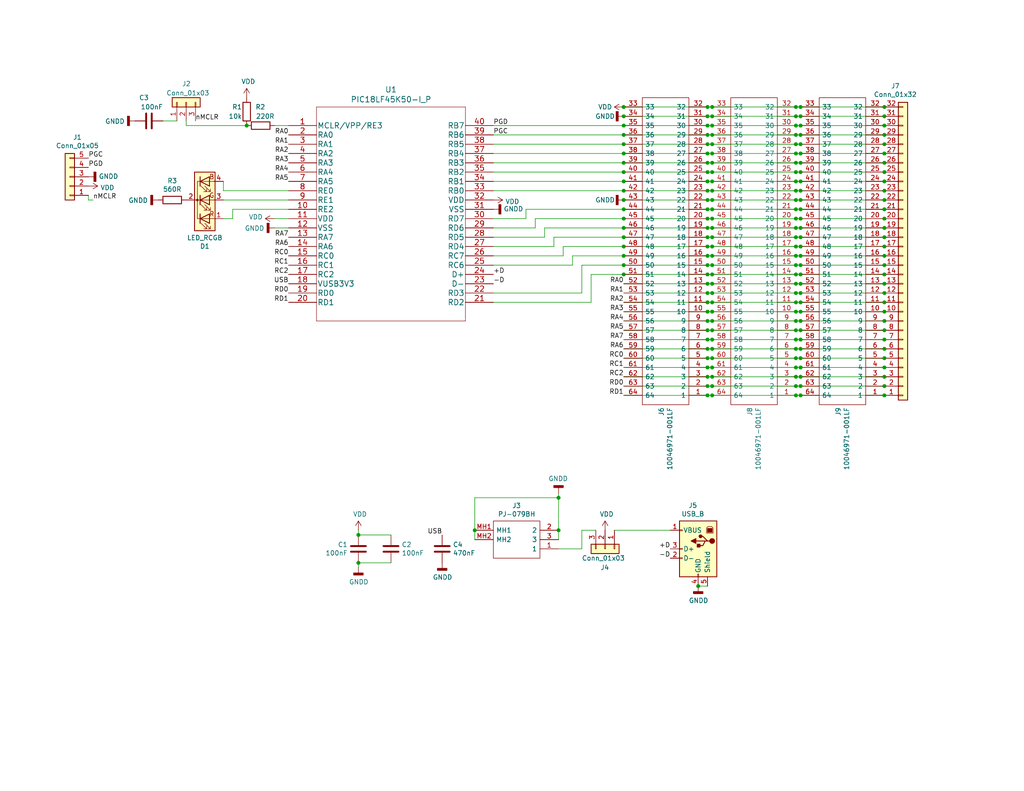
<source format=kicad_sch>
(kicad_sch (version 20211123) (generator eeschema)
  (paper "USLetter")
  (title_block (title "PICerino") (company "sparkletron") (comment 1 "Jay Convertino") (comment 2 "MIT License"))
  (lib_symbols
    (symbol "10046971-001LF:10046971-001LF" (pin_names (offset 0.762))
      (property "Reference" "J" (at 19.05 7.62 0))
      (property "Value" "10046971-001LF" (at 19.05 5.08 0))
      (symbol "10046971-001LF_0_0"
        (pin passive line (at 0 0 0) (length 5.08) (name "1") (number "1"))
        (pin passive line (at 0 -22.86 0) (length 5.08) (name "10") (number "10"))
        (pin passive line (at 0 -25.4 0) (length 5.08) (name "11") (number "11"))
        (pin passive line (at 0 -27.94 0) (length 5.08) (name "12") (number "12"))
        (pin passive line (at 0 -30.48 0) (length 5.08) (name "13") (number "13"))
        (pin passive line (at 0 -33.02 0) (length 5.08) (name "14") (number "14"))
        (pin passive line (at 0 -35.56 0) (length 5.08) (name "15") (number "15"))
        (pin passive line (at 0 -38.1 0) (length 5.08) (name "16") (number "16"))
        (pin passive line (at 0 -40.64 0) (length 5.08) (name "17") (number "17"))
        (pin passive line (at 0 -43.18 0) (length 5.08) (name "18") (number "18"))
        (pin passive line (at 0 -45.72 0) (length 5.08) (name "19") (number "19"))
        (pin passive line (at 0 -2.54 0) (length 5.08) (name "2") (number "2"))
        (pin passive line (at 0 -48.26 0) (length 5.08) (name "20") (number "20"))
        (pin passive line (at 0 -50.8 0) (length 5.08) (name "21") (number "21"))
        (pin passive line (at 0 -53.34 0) (length 5.08) (name "22") (number "22"))
        (pin passive line (at 0 -55.88 0) (length 5.08) (name "23") (number "23"))
        (pin passive line (at 0 -58.42 0) (length 5.08) (name "24") (number "24"))
        (pin passive line (at 0 -60.96 0) (length 5.08) (name "25") (number "25"))
        (pin passive line (at 0 -63.5 0) (length 5.08) (name "26") (number "26"))
        (pin passive line (at 0 -66.04 0) (length 5.08) (name "27") (number "27"))
        (pin passive line (at 0 -68.58 0) (length 5.08) (name "28") (number "28"))
        (pin passive line (at 0 -71.12 0) (length 5.08) (name "29") (number "29"))
        (pin passive line (at 0 -5.08 0) (length 5.08) (name "3") (number "3"))
        (pin passive line (at 0 -73.66 0) (length 5.08) (name "30") (number "30"))
        (pin passive line (at 0 -76.2 0) (length 5.08) (name "31") (number "31"))
        (pin passive line (at 0 -78.74 0) (length 5.08) (name "32") (number "32"))
        (pin passive line (at 22.86 -78.74 180) (length 5.08) (name "33") (number "33"))
        (pin passive line (at 22.86 -76.2 180) (length 5.08) (name "34") (number "34"))
        (pin passive line (at 22.86 -73.66 180) (length 5.08) (name "35") (number "35"))
        (pin passive line (at 22.86 -71.12 180) (length 5.08) (name "36") (number "36"))
        (pin passive line (at 22.86 -68.58 180) (length 5.08) (name "37") (number "37"))
        (pin passive line (at 22.86 -66.04 180) (length 5.08) (name "38") (number "38"))
        (pin passive line (at 22.86 -63.5 180) (length 5.08) (name "39") (number "39"))
        (pin passive line (at 0 -7.62 0) (length 5.08) (name "4") (number "4"))
        (pin passive line (at 22.86 -60.96 180) (length 5.08) (name "40") (number "40"))
        (pin passive line (at 22.86 -58.42 180) (length 5.08) (name "41") (number "41"))
        (pin passive line (at 22.86 -55.88 180) (length 5.08) (name "42") (number "42"))
        (pin passive line (at 22.86 -53.34 180) (length 5.08) (name "43") (number "43"))
        (pin passive line (at 22.86 -50.8 180) (length 5.08) (name "44") (number "44"))
        (pin passive line (at 22.86 -48.26 180) (length 5.08) (name "45") (number "45"))
        (pin passive line (at 22.86 -45.72 180) (length 5.08) (name "46") (number "46"))
        (pin passive line (at 22.86 -43.18 180) (length 5.08) (name "47") (number "47"))
        (pin passive line (at 22.86 -40.64 180) (length 5.08) (name "48") (number "48"))
        (pin passive line (at 22.86 -38.1 180) (length 5.08) (name "49") (number "49"))
        (pin passive line (at 0 -10.16 0) (length 5.08) (name "5") (number "5"))
        (pin passive line (at 22.86 -35.56 180) (length 5.08) (name "50") (number "50"))
        (pin passive line (at 22.86 -33.02 180) (length 5.08) (name "51") (number "51"))
        (pin passive line (at 22.86 -30.48 180) (length 5.08) (name "52") (number "52"))
        (pin passive line (at 22.86 -27.94 180) (length 5.08) (name "53") (number "53"))
        (pin passive line (at 22.86 -25.4 180) (length 5.08) (name "54") (number "54"))
        (pin passive line (at 22.86 -22.86 180) (length 5.08) (name "55") (number "55"))
        (pin passive line (at 22.86 -20.32 180) (length 5.08) (name "56") (number "56"))
        (pin passive line (at 22.86 -17.78 180) (length 5.08) (name "57") (number "57"))
        (pin passive line (at 22.86 -15.24 180) (length 5.08) (name "58") (number "58"))
        (pin passive line (at 22.86 -12.7 180) (length 5.08) (name "59") (number "59"))
        (pin passive line (at 0 -12.7 0) (length 5.08) (name "6") (number "6"))
        (pin passive line (at 22.86 -10.16 180) (length 5.08) (name "60") (number "60"))
        (pin passive line (at 22.86 -7.62 180) (length 5.08) (name "61") (number "61"))
        (pin passive line (at 22.86 -5.08 180) (length 5.08) (name "62") (number "62"))
        (pin passive line (at 22.86 -2.54 180) (length 5.08) (name "63") (number "63"))
        (pin passive line (at 22.86 0 180) (length 5.08) (name "64") (number "64"))
        (pin passive line (at 0 -15.24 0) (length 5.08) (name "7") (number "7"))
        (pin passive line (at 0 -17.78 0) (length 5.08) (name "8") (number "8"))
        (pin passive line (at 0 -20.32 0) (length 5.08) (name "9") (number "9"))
      )
      (symbol "10046971-001LF_0_1"
        (polyline (pts (xy 5.08 2.54) (xy 17.78 2.54) (xy 17.78 -81.28) (xy 5.08 -81.28) (xy 5.08 2.54)) (stroke (width 0.1524)))
      )
    )
    (symbol "Connector_Generic:Conn_01x03" (pin_names (offset 1.016) hide)
      (property "Reference" "J" (at 0 5.08 0))
      (property "Value" "Conn_01x03" (at 0 -5.08 0))
      (symbol "Conn_01x03_1_1"
        (rectangle (start -1.27 -2.413) (end 0 -2.667) (stroke (width 0.1524)))
        (rectangle (start -1.27 0.127) (end 0 -0.127) (stroke (width 0.1524)))
        (rectangle (start -1.27 2.667) (end 0 2.413) (stroke (width 0.1524)))
        (rectangle (start -1.27 3.81) (end 1.27 -3.81) (stroke (width 0.254)) (fill (type background)))
        (pin passive line (at -5.08 2.54 0) (length 3.81) (name "Pin_1") (number "1"))
        (pin passive line (at -5.08 0 0) (length 3.81) (name "Pin_2") (number "2"))
        (pin passive line (at -5.08 -2.54 0) (length 3.81) (name "Pin_3") (number "3"))
      )
    )
    (symbol "Connector_Generic:Conn_01x05" (pin_names (offset 1.016) hide)
      (property "Reference" "J" (at 0 7.62 0))
      (property "Value" "Conn_01x05" (at 0 -7.62 0))
      (symbol "Conn_01x05_1_1"
        (rectangle (start -1.27 -4.953) (end 0 -5.207) (stroke (width 0.1524)))
        (rectangle (start -1.27 -2.413) (end 0 -2.667) (stroke (width 0.1524)))
        (rectangle (start -1.27 0.127) (end 0 -0.127) (stroke (width 0.1524)))
        (rectangle (start -1.27 2.667) (end 0 2.413) (stroke (width 0.1524)))
        (rectangle (start -1.27 5.207) (end 0 4.953) (stroke (width 0.1524)))
        (rectangle (start -1.27 6.35) (end 1.27 -6.35) (stroke (width 0.254)) (fill (type background)))
        (pin passive line (at -5.08 5.08 0) (length 3.81) (name "Pin_1") (number "1"))
        (pin passive line (at -5.08 2.54 0) (length 3.81) (name "Pin_2") (number "2"))
        (pin passive line (at -5.08 0 0) (length 3.81) (name "Pin_3") (number "3"))
        (pin passive line (at -5.08 -2.54 0) (length 3.81) (name "Pin_4") (number "4"))
        (pin passive line (at -5.08 -5.08 0) (length 3.81) (name "Pin_5") (number "5"))
      )
    )
    (symbol "Connector_Generic:Conn_01x32" (pin_names (offset 1.016) hide)
      (property "Reference" "J" (at 0 40.64 0))
      (property "Value" "Conn_01x32" (at 0 -43.18 0))
      (symbol "Conn_01x32_1_1"
        (rectangle (start -1.27 -40.513) (end 0 -40.767) (stroke (width 0.1524)))
        (rectangle (start -1.27 -37.973) (end 0 -38.227) (stroke (width 0.1524)))
        (rectangle (start -1.27 -35.433) (end 0 -35.687) (stroke (width 0.1524)))
        (rectangle (start -1.27 -32.893) (end 0 -33.147) (stroke (width 0.1524)))
        (rectangle (start -1.27 -30.353) (end 0 -30.607) (stroke (width 0.1524)))
        (rectangle (start -1.27 -27.813) (end 0 -28.067) (stroke (width 0.1524)))
        (rectangle (start -1.27 -25.273) (end 0 -25.527) (stroke (width 0.1524)))
        (rectangle (start -1.27 -22.733) (end 0 -22.987) (stroke (width 0.1524)))
        (rectangle (start -1.27 -20.193) (end 0 -20.447) (stroke (width 0.1524)))
        (rectangle (start -1.27 -17.653) (end 0 -17.907) (stroke (width 0.1524)))
        (rectangle (start -1.27 -15.113) (end 0 -15.367) (stroke (width 0.1524)))
        (rectangle (start -1.27 -12.573) (end 0 -12.827) (stroke (width 0.1524)))
        (rectangle (start -1.27 -10.033) (end 0 -10.287) (stroke (width 0.1524)))
        (rectangle (start -1.27 -7.493) (end 0 -7.747) (stroke (width 0.1524)))
        (rectangle (start -1.27 -4.953) (end 0 -5.207) (stroke (width 0.1524)))
        (rectangle (start -1.27 -2.413) (end 0 -2.667) (stroke (width 0.1524)))
        (rectangle (start -1.27 0.127) (end 0 -0.127) (stroke (width 0.1524)))
        (rectangle (start -1.27 2.667) (end 0 2.413) (stroke (width 0.1524)))
        (rectangle (start -1.27 5.207) (end 0 4.953) (stroke (width 0.1524)))
        (rectangle (start -1.27 7.747) (end 0 7.493) (stroke (width 0.1524)))
        (rectangle (start -1.27 10.287) (end 0 10.033) (stroke (width 0.1524)))
        (rectangle (start -1.27 12.827) (end 0 12.573) (stroke (width 0.1524)))
        (rectangle (start -1.27 15.367) (end 0 15.113) (stroke (width 0.1524)))
        (rectangle (start -1.27 17.907) (end 0 17.653) (stroke (width 0.1524)))
        (rectangle (start -1.27 20.447) (end 0 20.193) (stroke (width 0.1524)))
        (rectangle (start -1.27 22.987) (end 0 22.733) (stroke (width 0.1524)))
        (rectangle (start -1.27 25.527) (end 0 25.273) (stroke (width 0.1524)))
        (rectangle (start -1.27 28.067) (end 0 27.813) (stroke (width 0.1524)))
        (rectangle (start -1.27 30.607) (end 0 30.353) (stroke (width 0.1524)))
        (rectangle (start -1.27 33.147) (end 0 32.893) (stroke (width 0.1524)))
        (rectangle (start -1.27 35.687) (end 0 35.433) (stroke (width 0.1524)))
        (rectangle (start -1.27 38.227) (end 0 37.973) (stroke (width 0.1524)))
        (rectangle (start -1.27 39.37) (end 1.27 -41.91) (stroke (width 0.254)) (fill (type background)))
        (pin passive line (at -5.08 38.1 0) (length 3.81) (name "Pin_1") (number "1"))
        (pin passive line (at -5.08 15.24 0) (length 3.81) (name "Pin_10") (number "10"))
        (pin passive line (at -5.08 12.7 0) (length 3.81) (name "Pin_11") (number "11"))
        (pin passive line (at -5.08 10.16 0) (length 3.81) (name "Pin_12") (number "12"))
        (pin passive line (at -5.08 7.62 0) (length 3.81) (name "Pin_13") (number "13"))
        (pin passive line (at -5.08 5.08 0) (length 3.81) (name "Pin_14") (number "14"))
        (pin passive line (at -5.08 2.54 0) (length 3.81) (name "Pin_15") (number "15"))
        (pin passive line (at -5.08 0 0) (length 3.81) (name "Pin_16") (number "16"))
        (pin passive line (at -5.08 -2.54 0) (length 3.81) (name "Pin_17") (number "17"))
        (pin passive line (at -5.08 -5.08 0) (length 3.81) (name "Pin_18") (number "18"))
        (pin passive line (at -5.08 -7.62 0) (length 3.81) (name "Pin_19") (number "19"))
        (pin passive line (at -5.08 35.56 0) (length 3.81) (name "Pin_2") (number "2"))
        (pin passive line (at -5.08 -10.16 0) (length 3.81) (name "Pin_20") (number "20"))
        (pin passive line (at -5.08 -12.7 0) (length 3.81) (name "Pin_21") (number "21"))
        (pin passive line (at -5.08 -15.24 0) (length 3.81) (name "Pin_22") (number "22"))
        (pin passive line (at -5.08 -17.78 0) (length 3.81) (name "Pin_23") (number "23"))
        (pin passive line (at -5.08 -20.32 0) (length 3.81) (name "Pin_24") (number "24"))
        (pin passive line (at -5.08 -22.86 0) (length 3.81) (name "Pin_25") (number "25"))
        (pin passive line (at -5.08 -25.4 0) (length 3.81) (name "Pin_26") (number "26"))
        (pin passive line (at -5.08 -27.94 0) (length 3.81) (name "Pin_27") (number "27"))
        (pin passive line (at -5.08 -30.48 0) (length 3.81) (name "Pin_28") (number "28"))
        (pin passive line (at -5.08 -33.02 0) (length 3.81) (name "Pin_29") (number "29"))
        (pin passive line (at -5.08 33.02 0) (length 3.81) (name "Pin_3") (number "3"))
        (pin passive line (at -5.08 -35.56 0) (length 3.81) (name "Pin_30") (number "30"))
        (pin passive line (at -5.08 -38.1 0) (length 3.81) (name "Pin_31") (number "31"))
        (pin passive line (at -5.08 -40.64 0) (length 3.81) (name "Pin_32") (number "32"))
        (pin passive line (at -5.08 30.48 0) (length 3.81) (name "Pin_4") (number "4"))
        (pin passive line (at -5.08 27.94 0) (length 3.81) (name "Pin_5") (number "5"))
        (pin passive line (at -5.08 25.4 0) (length 3.81) (name "Pin_6") (number "6"))
        (pin passive line (at -5.08 22.86 0) (length 3.81) (name "Pin_7") (number "7"))
        (pin passive line (at -5.08 20.32 0) (length 3.81) (name "Pin_8") (number "8"))
        (pin passive line (at -5.08 17.78 0) (length 3.81) (name "Pin_9") (number "9"))
      )
    )
    (symbol "Device:C" (pin_numbers hide) (pin_names (offset 0.254))
      (property "Reference" "C" (at 0.635 2.54 0))
      (property "Value" "C" (at 0.635 -2.54 0))
      (symbol "C_0_1"
        (polyline (pts (xy -2.032 -0.762) (xy 2.032 -0.762)) (stroke (width 0.508)))
        (polyline (pts (xy -2.032 0.762) (xy 2.032 0.762)) (stroke (width 0.508)))
      )
      (symbol "C_1_1"
        (pin passive line (at 0 3.81 270) (length 2.794) (name "~") (number "1"))
        (pin passive line (at 0 -3.81 90) (length 2.794) (name "~") (number "2"))
      )
    )
    (symbol "Device:LED_RCGB" (pin_names (offset 0) hide)
      (property "Reference" "D" (at 0 9.398 0))
      (property "Value" "Device_LED_RCGB" (at 0 -8.89 0))
      (symbol "LED_RCGB_0_0"
        (text "B" (at 1.905 -6.35 0) (effects (font (size 1.27 1.27))))
        (text "G" (at 1.905 -1.27 0) (effects (font (size 1.27 1.27))))
        (text "R" (at 1.905 3.81 0) (effects (font (size 1.27 1.27))))
      )
      (symbol "LED_RCGB_0_1"
        (circle (center -2.032 0) (radius 0.254) (fill (type outline)))
        (polyline (pts (xy -1.27 -5.08) (xy 1.27 -5.08)))
        (polyline (pts (xy -1.27 -3.81) (xy -1.27 -6.35)) (stroke (width 0.254)))
        (polyline (pts (xy -1.27 0) (xy -2.54 0)))
        (polyline (pts (xy -1.27 1.27) (xy -1.27 -1.27)) (stroke (width 0.254)))
        (polyline (pts (xy -1.27 5.08) (xy 1.27 5.08)))
        (polyline (pts (xy -1.27 6.35) (xy -1.27 3.81)) (stroke (width 0.254)))
        (polyline (pts (xy 1.27 -5.08) (xy 2.54 -5.08)))
        (polyline (pts (xy 1.27 0) (xy -1.27 0)))
        (polyline (pts (xy 1.27 0) (xy 2.54 0)))
        (polyline (pts (xy 1.27 5.08) (xy 2.54 5.08)))
        (polyline (pts (xy -1.27 1.27) (xy -1.27 -1.27) (xy -1.27 -1.27)))
        (polyline (pts (xy -1.27 6.35) (xy -1.27 3.81) (xy -1.27 3.81)))
        (polyline (pts (xy -1.27 5.08) (xy -2.032 5.08) (xy -2.032 -5.08) (xy -1.016 -5.08)))
        (polyline (pts (xy 1.27 -3.81) (xy 1.27 -6.35) (xy -1.27 -5.08) (xy 1.27 -3.81)) (stroke (width 0.254)))
        (polyline (pts (xy 1.27 1.27) (xy 1.27 -1.27) (xy -1.27 0) (xy 1.27 1.27)) (stroke (width 0.254)))
        (polyline (pts (xy 1.27 6.35) (xy 1.27 3.81) (xy -1.27 5.08) (xy 1.27 6.35)) (stroke (width 0.254)))
        (polyline (pts (xy -1.016 -3.81) (xy 0.508 -2.286) (xy -0.254 -2.286) (xy 0.508 -2.286) (xy 0.508 -3.048)))
        (polyline (pts (xy -1.016 1.27) (xy 0.508 2.794) (xy -0.254 2.794) (xy 0.508 2.794) (xy 0.508 2.032)))
        (polyline (pts (xy -1.016 6.35) (xy 0.508 7.874) (xy -0.254 7.874) (xy 0.508 7.874) (xy 0.508 7.112)))
        (polyline (pts (xy 0 -3.81) (xy 1.524 -2.286) (xy 0.762 -2.286) (xy 1.524 -2.286) (xy 1.524 -3.048)))
        (polyline (pts (xy 0 1.27) (xy 1.524 2.794) (xy 0.762 2.794) (xy 1.524 2.794) (xy 1.524 2.032)))
        (polyline (pts (xy 0 6.35) (xy 1.524 7.874) (xy 0.762 7.874) (xy 1.524 7.874) (xy 1.524 7.112)))
        (rectangle (start 1.27 -1.27) (end 1.27 1.27))
        (rectangle (start 1.27 1.27) (end 1.27 1.27))
        (rectangle (start 1.27 3.81) (end 1.27 6.35))
        (rectangle (start 1.27 6.35) (end 1.27 6.35))
        (rectangle (start 2.794 8.382) (end -2.794 -7.62) (stroke (width 0.254)) (fill (type background)))
      )
      (symbol "LED_RCGB_1_1"
        (pin passive line (at 5.08 5.08 180) (length 2.54) (name "RA") (number "1"))
        (pin passive line (at -5.08 0 0) (length 2.54) (name "K") (number "2"))
        (pin passive line (at 5.08 0 180) (length 2.54) (name "GA") (number "3"))
        (pin passive line (at 5.08 -5.08 180) (length 2.54) (name "BA") (number "4"))
      )
    )
    (symbol "Device:R" (pin_numbers hide) (pin_names (offset 0))
      (property "Reference" "R" (at 2.032 0 90))
      (property "Value" "R" (at 0 0 90))
      (symbol "R_0_1"
        (rectangle (start -1.016 -2.54) (end 1.016 2.54) (stroke (width 0.254)))
      )
      (symbol "R_1_1"
        (pin passive line (at 0 3.81 270) (length 1.27) (name "~") (number "1"))
        (pin passive line (at 0 -3.81 90) (length 1.27) (name "~") (number "2"))
      )
    )
    (symbol "PIC18:PIC18LF45K50-I_P" (pin_names (offset 0.254))
      (property "Reference" "U" (at 27.94 10.16 0))
      (property "Value" "PIC18_PIC18LF45K50-I_P" (at 27.94 7.62 0))
      (symbol "PIC18LF45K50-I_P_1_1"
        (polyline (pts (xy 7.62 -53.34) (xy 48.26 -53.34)) (stroke (width 0.127)))
        (polyline (pts (xy 7.62 5.08) (xy 7.62 -53.34)) (stroke (width 0.127)))
        (polyline (pts (xy 48.26 -53.34) (xy 48.26 5.08)) (stroke (width 0.127)))
        (polyline (pts (xy 48.26 5.08) (xy 7.62 5.08)) (stroke (width 0.127)))
        (pin bidirectional line (at 0 0 0) (length 7.62) (name "MCLR/VPP/RE3") (number "1"))
        (pin bidirectional line (at 0 -22.86 0) (length 7.62) (name "RE2") (number "10"))
        (pin power_in line (at 0 -25.4 0) (length 7.62) (name "VDD") (number "11"))
        (pin power_in line (at 0 -27.94 0) (length 7.62) (name "VSS") (number "12"))
        (pin bidirectional line (at 0 -30.48 0) (length 7.62) (name "RA7") (number "13"))
        (pin bidirectional line (at 0 -33.02 0) (length 7.62) (name "RA6") (number "14"))
        (pin bidirectional line (at 0 -35.56 0) (length 7.62) (name "RC0") (number "15"))
        (pin bidirectional line (at 0 -38.1 0) (length 7.62) (name "RC1") (number "16"))
        (pin bidirectional line (at 0 -40.64 0) (length 7.62) (name "RC2") (number "17"))
        (pin power_in line (at 0 -43.18 0) (length 7.62) (name "VUSB3V3") (number "18"))
        (pin bidirectional line (at 0 -45.72 0) (length 7.62) (name "RD0") (number "19"))
        (pin bidirectional line (at 0 -2.54 0) (length 7.62) (name "RA0") (number "2"))
        (pin bidirectional line (at 0 -48.26 0) (length 7.62) (name "RD1") (number "20"))
        (pin bidirectional line (at 55.88 -48.26 180) (length 7.62) (name "RD2") (number "21"))
        (pin bidirectional line (at 55.88 -45.72 180) (length 7.62) (name "RD3") (number "22"))
        (pin bidirectional line (at 55.88 -43.18 180) (length 7.62) (name "D-") (number "23"))
        (pin bidirectional line (at 55.88 -40.64 180) (length 7.62) (name "D+") (number "24"))
        (pin bidirectional line (at 55.88 -38.1 180) (length 7.62) (name "RC6") (number "25"))
        (pin bidirectional line (at 55.88 -35.56 180) (length 7.62) (name "RC7") (number "26"))
        (pin bidirectional line (at 55.88 -33.02 180) (length 7.62) (name "RD4") (number "27"))
        (pin bidirectional line (at 55.88 -30.48 180) (length 7.62) (name "RD5") (number "28"))
        (pin bidirectional line (at 55.88 -27.94 180) (length 7.62) (name "RD6") (number "29"))
        (pin bidirectional line (at 0 -5.08 0) (length 7.62) (name "RA1") (number "3"))
        (pin bidirectional line (at 55.88 -25.4 180) (length 7.62) (name "RD7") (number "30"))
        (pin power_in line (at 55.88 -22.86 180) (length 7.62) (name "VSS") (number "31"))
        (pin power_in line (at 55.88 -20.32 180) (length 7.62) (name "VDD") (number "32"))
        (pin bidirectional line (at 55.88 -17.78 180) (length 7.62) (name "RB0") (number "33"))
        (pin bidirectional line (at 55.88 -15.24 180) (length 7.62) (name "RB1") (number "34"))
        (pin bidirectional line (at 55.88 -12.7 180) (length 7.62) (name "RB2") (number "35"))
        (pin bidirectional line (at 55.88 -10.16 180) (length 7.62) (name "RB3") (number "36"))
        (pin bidirectional line (at 55.88 -7.62 180) (length 7.62) (name "RB4") (number "37"))
        (pin bidirectional line (at 55.88 -5.08 180) (length 7.62) (name "RB5") (number "38"))
        (pin bidirectional line (at 55.88 -2.54 180) (length 7.62) (name "RB6") (number "39"))
        (pin bidirectional line (at 0 -7.62 0) (length 7.62) (name "RA2") (number "4"))
        (pin bidirectional line (at 55.88 0 180) (length 7.62) (name "RB7") (number "40"))
        (pin bidirectional line (at 0 -10.16 0) (length 7.62) (name "RA3") (number "5"))
        (pin bidirectional line (at 0 -12.7 0) (length 7.62) (name "RA4") (number "6"))
        (pin bidirectional line (at 0 -15.24 0) (length 7.62) (name "RA5") (number "7"))
        (pin bidirectional line (at 0 -17.78 0) (length 7.62) (name "RE0") (number "8"))
        (pin bidirectional line (at 0 -20.32 0) (length 7.62) (name "RE1") (number "9"))
      )
    )
    (symbol "PICerino-rescue:USB_B-Connector" (pin_names (offset 1.016))
      (property "Reference" "J" (at -5.08 11.43 0))
      (property "Value" "USB_B-Connector" (at -5.08 8.89 0))
      (symbol "USB_B-Connector_0_1"
        (rectangle (start -5.08 -7.62) (end 5.08 7.62) (stroke (width 0.254)) (fill (type background)))
        (circle (center -3.81 2.159) (radius 0.635) (stroke (width 0.254)) (fill (type outline)))
        (rectangle (start -3.81 5.588) (end -2.54 4.572) (fill (type outline)))
        (circle (center -0.635 3.429) (radius 0.381) (stroke (width 0.254)) (fill (type outline)))
        (rectangle (start -0.127 -7.62) (end 0.127 -6.858))
        (polyline (pts (xy -1.905 2.159) (xy 0.635 2.159)) (stroke (width 0.254)))
        (polyline (pts (xy -3.175 2.159) (xy -2.54 2.159) (xy -1.27 3.429) (xy -0.635 3.429)) (stroke (width 0.254)))
        (polyline (pts (xy -2.54 2.159) (xy -1.905 2.159) (xy -1.27 0.889) (xy 0 0.889)) (stroke (width 0.254)))
        (polyline (pts (xy 0.635 2.794) (xy 0.635 1.524) (xy 1.905 2.159) (xy 0.635 2.794)) (stroke (width 0.254)) (fill (type outline)))
        (polyline (pts (xy -4.064 4.318) (xy -2.286 4.318) (xy -2.286 5.715) (xy -2.667 6.096) (xy -3.683 6.096) (xy -4.064 5.715) (xy -4.064 4.318)))
        (rectangle (start 0.254 1.27) (end -0.508 0.508) (stroke (width 0.254)) (fill (type outline)))
        (rectangle (start 5.08 -2.667) (end 4.318 -2.413))
        (rectangle (start 5.08 -0.127) (end 4.318 0.127))
        (rectangle (start 5.08 4.953) (end 4.318 5.207))
      )
      (symbol "USB_B-Connector_1_1"
        (pin power_out line (at 7.62 5.08 180) (length 2.54) (name "VBUS") (number "1"))
        (pin passive line (at 7.62 -2.54 180) (length 2.54) (name "D-") (number "2"))
        (pin passive line (at 7.62 0 180) (length 2.54) (name "D+") (number "3"))
        (pin power_out line (at 0 -10.16 90) (length 2.54) (name "GND") (number "4"))
        (pin passive line (at -2.54 -10.16 90) (length 2.54) (name "Shield") (number "5"))
      )
    )
    (symbol "PJ-079BH:PJ-079BH" (pin_names (offset 0.762))
      (property "Reference" "J" (at 19.05 7.62 0))
      (property "Value" "PJ-079BH" (at 19.05 5.08 0))
      (symbol "PJ-079BH_0_0"
        (pin passive line (at 22.86 -5.08 180) (length 5.08) (name "1") (number "1"))
        (pin passive line (at 22.86 0 180) (length 5.08) (name "2") (number "2"))
        (pin passive line (at 22.86 -2.54 180) (length 5.08) (name "3") (number "3"))
        (pin passive line (at 0 0 0) (length 5.08) (name "MH1") (number "MH1"))
        (pin passive line (at 0 -2.54 0) (length 5.08) (name "MH2") (number "MH2"))
      )
      (symbol "PJ-079BH_0_1"
        (polyline (pts (xy 5.08 2.54) (xy 17.78 2.54) (xy 17.78 -7.62) (xy 5.08 -7.62) (xy 5.08 2.54)) (stroke (width 0.1524)))
      )
    )
    (symbol "power:GNDD" (power) (pin_names (offset 0))
      (property "Value" "GNDD" (at 0 -3.175 0))
      (symbol "GNDD_0_1"
        (rectangle (start -1.27 -1.524) (end 1.27 -2.032) (stroke (width 0.254)) (fill (type outline)))
        (polyline (pts (xy 0 0) (xy 0 -1.524)))
      )
      (symbol "GNDD_1_1"
        (pin power_in line (at 0 0 270) (length 0) hide (name "GNDD") (number "1"))
      )
    )
    (symbol "power:VDD" (power) (pin_names (offset 0))
      (property "Value" "VDD" (at 0 3.81 0))
      (symbol "VDD_0_1"
        (polyline (pts (xy -0.762 1.27) (xy 0 2.54)))
        (polyline (pts (xy 0 0) (xy 0 2.54)))
        (polyline (pts (xy 0 2.54) (xy 0.762 1.27)))
      )
      (symbol "VDD_1_1"
        (pin power_in line (at 0 0 90) (length 0) hide (name "VDD") (number "1"))
      )
    )
  )
  (junction (at 170.18 29.21))
  (junction (at 194.31 87.63))
  (junction (at 241.3 90.17))
  (junction (at 241.3 77.47))
  (junction (at 218.44 85.09))
  (junction (at 97.79 153.67))
  (junction (at 217.17 67.31))
  (junction (at 217.17 72.39))
  (junction (at 194.31 57.15))
  (junction (at 241.3 36.83))
  (junction (at 217.17 95.25))
  (junction (at 241.3 74.93))
  (junction (at 218.44 44.45))
  (junction (at 193.04 92.71))
  (junction (at 193.04 44.45))
  (junction (at 217.17 97.79))
  (junction (at 241.3 85.09))
  (junction (at 170.18 46.99))
  (junction (at 217.17 44.45))
  (junction (at 193.04 69.85))
  (junction (at 194.31 105.41))
  (junction (at 217.17 85.09))
  (junction (at 218.44 77.47))
  (junction (at 193.04 87.63))
  (junction (at 218.44 52.07))
  (junction (at 218.44 105.41))
  (junction (at 193.04 105.41))
  (junction (at 67.31 34.29))
  (junction (at 193.04 82.55))
  (junction (at 217.17 59.69))
  (junction (at 194.31 52.07))
  (junction (at 217.17 92.71))
  (junction (at 194.31 77.47))
  (junction (at 194.31 67.31))
  (junction (at 170.18 64.77))
  (junction (at 152.4 144.78))
  (junction (at 218.44 97.79))
  (junction (at 194.31 54.61))
  (junction (at 218.44 36.83))
  (junction (at 218.44 49.53))
  (junction (at 170.18 72.39))
  (junction (at 193.04 54.61))
  (junction (at 194.31 72.39))
  (junction (at 217.17 74.93))
  (junction (at 241.3 100.33))
  (junction (at 193.04 85.09))
  (junction (at 193.04 41.91))
  (junction (at 217.17 62.23))
  (junction (at 194.31 46.99))
  (junction (at 217.17 57.15))
  (junction (at 193.04 36.83))
  (junction (at 193.04 67.31))
  (junction (at 194.31 102.87))
  (junction (at 217.17 82.55))
  (junction (at 241.3 59.69))
  (junction (at 194.31 62.23))
  (junction (at 217.17 29.21))
  (junction (at 218.44 57.15))
  (junction (at 170.18 44.45))
  (junction (at 218.44 31.75))
  (junction (at 217.17 87.63))
  (junction (at 194.31 64.77))
  (junction (at 194.31 39.37))
  (junction (at 217.17 102.87))
  (junction (at 170.18 69.85))
  (junction (at 170.18 52.07))
  (junction (at 194.31 97.79))
  (junction (at 193.04 29.21))
  (junction (at 170.18 57.15))
  (junction (at 217.17 90.17))
  (junction (at 218.44 39.37))
  (junction (at 241.3 72.39))
  (junction (at 217.17 107.95))
  (junction (at 217.17 100.33))
  (junction (at 217.17 80.01))
  (junction (at 241.3 44.45))
  (junction (at 194.31 44.45))
  (junction (at 170.18 62.23))
  (junction (at 218.44 67.31))
  (junction (at 129.54 144.78))
  (junction (at 241.3 82.55))
  (junction (at 218.44 41.91))
  (junction (at 218.44 46.99))
  (junction (at 170.18 74.93))
  (junction (at 241.3 87.63))
  (junction (at 170.18 41.91))
  (junction (at 194.31 92.71))
  (junction (at 218.44 82.55))
  (junction (at 97.79 146.05))
  (junction (at 241.3 80.01))
  (junction (at 241.3 52.07))
  (junction (at 241.3 46.99))
  (junction (at 218.44 95.25))
  (junction (at 194.31 90.17))
  (junction (at 241.3 64.77))
  (junction (at 194.31 107.95))
  (junction (at 194.31 82.55))
  (junction (at 241.3 34.29))
  (junction (at 241.3 95.25))
  (junction (at 218.44 72.39))
  (junction (at 194.31 34.29))
  (junction (at 170.18 39.37))
  (junction (at 218.44 102.87))
  (junction (at 170.18 59.69))
  (junction (at 218.44 87.63))
  (junction (at 241.3 62.23))
  (junction (at 218.44 64.77))
  (junction (at 193.04 62.23))
  (junction (at 193.04 57.15))
  (junction (at 193.04 34.29))
  (junction (at 152.4 135.89))
  (junction (at 217.17 105.41))
  (junction (at 194.31 74.93))
  (junction (at 241.3 107.95))
  (junction (at 193.04 74.93))
  (junction (at 170.18 67.31))
  (junction (at 193.04 52.07))
  (junction (at 217.17 39.37))
  (junction (at 193.04 102.87))
  (junction (at 193.04 46.99))
  (junction (at 193.04 107.95))
  (junction (at 194.31 41.91))
  (junction (at 193.04 64.77))
  (junction (at 241.3 41.91))
  (junction (at 217.17 77.47))
  (junction (at 217.17 64.77))
  (junction (at 241.3 92.71))
  (junction (at 217.17 52.07))
  (junction (at 218.44 74.93))
  (junction (at 218.44 69.85))
  (junction (at 193.04 90.17))
  (junction (at 193.04 39.37))
  (junction (at 218.44 34.29))
  (junction (at 170.18 54.61))
  (junction (at 218.44 90.17))
  (junction (at 170.18 36.83))
  (junction (at 170.18 31.75))
  (junction (at 217.17 41.91))
  (junction (at 194.31 100.33))
  (junction (at 194.31 59.69))
  (junction (at 218.44 59.69))
  (junction (at 193.04 80.01))
  (junction (at 217.17 36.83))
  (junction (at 193.04 49.53))
  (junction (at 194.31 29.21))
  (junction (at 241.3 97.79))
  (junction (at 241.3 67.31))
  (junction (at 218.44 100.33))
  (junction (at 218.44 80.01))
  (junction (at 193.04 72.39))
  (junction (at 241.3 54.61))
  (junction (at 217.17 69.85))
  (junction (at 218.44 54.61))
  (junction (at 193.04 95.25))
  (junction (at 194.31 31.75))
  (junction (at 217.17 34.29))
  (junction (at 218.44 107.95))
  (junction (at 217.17 54.61))
  (junction (at 218.44 92.71))
  (junction (at 170.18 34.29))
  (junction (at 218.44 29.21))
  (junction (at 193.04 97.79))
  (junction (at 218.44 62.23))
  (junction (at 241.3 105.41))
  (junction (at 241.3 57.15))
  (junction (at 193.04 100.33))
  (junction (at 194.31 36.83))
  (junction (at 241.3 39.37))
  (junction (at 241.3 69.85))
  (junction (at 193.04 31.75))
  (junction (at 241.3 29.21))
  (junction (at 194.31 49.53))
  (junction (at 194.31 95.25))
  (junction (at 190.5 160.02))
  (junction (at 194.31 85.09))
  (junction (at 217.17 31.75))
  (junction (at 241.3 31.75))
  (junction (at 241.3 102.87))
  (junction (at 217.17 49.53))
  (junction (at 241.3 49.53))
  (junction (at 194.31 69.85))
  (junction (at 217.17 46.99))
  (junction (at 170.18 49.53))
  (junction (at 194.31 80.01))
  (junction (at 193.04 77.47))
  (junction (at 193.04 59.69))
  (wire (pts (xy 194.31 102.87) (xy 217.17 102.87)))
  (wire (pts (xy 193.04 29.21) (xy 170.18 29.21)))
  (wire (pts (xy 106.68 146.05) (xy 97.79 146.05)))
  (wire (pts (xy 193.04 49.53) (xy 170.18 49.53)))
  (wire (pts (xy 217.17 105.41) (xy 218.44 105.41)))
  (wire (pts (xy 193.04 92.71) (xy 194.31 92.71)))
  (wire (pts (xy 193.04 64.77) (xy 170.18 64.77)))
  (wire (pts (xy 134.62 67.31) (xy 151.13 67.31)))
  (wire (pts (xy 218.44 36.83) (xy 241.3 36.83)))
  (wire (pts (xy 170.18 77.47) (xy 193.04 77.47)))
  (wire (pts (xy 194.31 100.33) (xy 217.17 100.33)))
  (wire (pts (xy 170.18 62.23) (xy 193.04 62.23)))
  (wire (pts (xy 217.17 41.91) (xy 218.44 41.91)))
  (wire (pts (xy 217.17 95.25) (xy 218.44 95.25)))
  (wire (pts (xy 134.62 44.45) (xy 170.18 44.45)))
  (wire (pts (xy 217.17 44.45) (xy 218.44 44.45)))
  (wire (pts (xy 170.18 80.01) (xy 193.04 80.01)))
  (wire (pts (xy 148.59 62.23) (xy 170.18 62.23)))
  (wire (pts (xy 217.17 29.21) (xy 218.44 29.21)))
  (wire (pts (xy 194.31 72.39) (xy 217.17 72.39)))
  (wire (pts (xy 134.62 82.55) (xy 161.29 82.55)))
  (wire (pts (xy 194.31 36.83) (xy 193.04 36.83)))
  (wire (pts (xy 218.44 46.99) (xy 241.3 46.99)))
  (wire (pts (xy 170.18 54.61) (xy 193.04 54.61)))
  (wire (pts (xy 193.04 95.25) (xy 170.18 95.25)))
  (wire (pts (xy 194.31 80.01) (xy 193.04 80.01)))
  (wire (pts (xy 170.18 64.77) (xy 151.13 64.77)))
  (wire (pts (xy 217.17 74.93) (xy 218.44 74.93)))
  (wire (pts (xy 218.44 39.37) (xy 241.3 39.37)))
  (wire (pts (xy 78.74 59.69) (xy 74.93 59.69)))
  (wire (pts (xy 194.31 54.61) (xy 217.17 54.61)))
  (wire (pts (xy 218.44 102.87) (xy 241.3 102.87)))
  (wire (pts (xy 218.44 59.69) (xy 241.3 59.69)))
  (wire (pts (xy 194.31 105.41) (xy 217.17 105.41)))
  (wire (pts (xy 148.59 62.23) (xy 148.59 64.77)))
  (wire (pts (xy 218.44 69.85) (xy 241.3 69.85)))
  (wire (pts (xy 218.44 64.77) (xy 241.3 64.77)))
  (wire (pts (xy 194.31 29.21) (xy 217.17 29.21)))
  (wire (pts (xy 194.31 49.53) (xy 217.17 49.53)))
  (wire (pts (xy 143.51 59.69) (xy 134.62 59.69)))
  (wire (pts (xy 218.44 49.53) (xy 241.3 49.53)))
  (wire (pts (xy 218.44 29.21) (xy 241.3 29.21)))
  (wire (pts (xy 60.96 52.07) (xy 60.96 49.53)))
  (wire (pts (xy 218.44 57.15) (xy 241.3 57.15)))
  (wire (pts (xy 60.96 54.61) (xy 78.74 54.61)))
  (wire (pts (xy 194.31 44.45) (xy 217.17 44.45)))
  (wire (pts (xy 158.75 72.39) (xy 170.18 72.39)))
  (wire (pts (xy 218.44 44.45) (xy 241.3 44.45)))
  (wire (pts (xy 218.44 100.33) (xy 241.3 100.33)))
  (wire (pts (xy 194.31 72.39) (xy 193.04 72.39)))
  (wire (pts (xy 25.4 54.61) (xy 24.13 54.61)))
  (wire (pts (xy 193.04 59.69) (xy 170.18 59.69)))
  (wire (pts (xy 193.04 97.79) (xy 194.31 97.79)))
  (wire (pts (xy 218.44 107.95) (xy 241.3 107.95)))
  (wire (pts (xy 106.68 153.67) (xy 97.79 153.67)))
  (wire (pts (xy 193.04 39.37) (xy 194.31 39.37)))
  (wire (pts (xy 194.31 57.15) (xy 217.17 57.15)))
  (wire (pts (xy 218.44 62.23) (xy 241.3 62.23)))
  (wire (pts (xy 134.62 72.39) (xy 156.21 72.39)))
  (wire (pts (xy 194.31 59.69) (xy 217.17 59.69)))
  (wire (pts (xy 170.18 82.55) (xy 193.04 82.55)))
  (wire (pts (xy 193.04 29.21) (xy 194.31 29.21)))
  (wire (pts (xy 152.4 134.62) (xy 152.4 135.89)))
  (wire (pts (xy 152.4 147.32) (xy 152.4 144.78)))
  (wire (pts (xy 218.44 82.55) (xy 241.3 82.55)))
  (wire (pts (xy 218.44 87.63) (xy 241.3 87.63)))
  (wire (pts (xy 194.31 107.95) (xy 217.17 107.95)))
  (wire (pts (xy 48.26 33.02) (xy 44.45 33.02)))
  (wire (pts (xy 218.44 67.31) (xy 241.3 67.31)))
  (wire (pts (xy 170.18 46.99) (xy 134.62 46.99)))
  (wire (pts (xy 194.31 95.25) (xy 193.04 95.25)))
  (wire (pts (xy 218.44 34.29) (xy 241.3 34.29)))
  (wire (pts (xy 158.75 144.78) (xy 162.56 144.78)))
  (wire (pts (xy 170.18 69.85) (xy 156.21 69.85)))
  (wire (pts (xy 218.44 95.25) (xy 241.3 95.25)))
  (wire (pts (xy 217.17 49.53) (xy 218.44 49.53)))
  (wire (pts (xy 217.17 77.47) (xy 218.44 77.47)))
  (wire (pts (xy 134.62 34.29) (xy 170.18 34.29)))
  (wire (pts (xy 170.18 52.07) (xy 134.62 52.07)))
  (wire (pts (xy 194.31 97.79) (xy 217.17 97.79)))
  (wire (pts (xy 218.44 90.17) (xy 241.3 90.17)))
  (wire (pts (xy 217.17 69.85) (xy 218.44 69.85)))
  (wire (pts (xy 134.62 69.85) (xy 153.67 69.85)))
  (wire (pts (xy 194.31 41.91) (xy 217.17 41.91)))
  (wire (pts (xy 193.04 74.93) (xy 194.31 74.93)))
  (wire (pts (xy 129.54 147.32) (xy 129.54 144.78)))
  (wire (pts (xy 217.17 34.29) (xy 218.44 34.29)))
  (wire (pts (xy 170.18 34.29) (xy 193.04 34.29)))
  (wire (pts (xy 78.74 52.07) (xy 60.96 52.07)))
  (wire (pts (xy 153.67 67.31) (xy 153.67 69.85)))
  (wire (pts (xy 194.31 85.09) (xy 193.04 85.09)))
  (wire (pts (xy 194.31 46.99) (xy 193.04 46.99)))
  (wire (pts (xy 193.04 90.17) (xy 170.18 90.17)))
  (wire (pts (xy 217.17 59.69) (xy 218.44 59.69)))
  (wire (pts (xy 217.17 102.87) (xy 218.44 102.87)))
  (wire (pts (xy 193.04 102.87) (xy 194.31 102.87)))
  (wire (pts (xy 170.18 39.37) (xy 193.04 39.37)))
  (wire (pts (xy 193.04 107.95) (xy 194.31 107.95)))
  (wire (pts (xy 194.31 87.63) (xy 217.17 87.63)))
  (wire (pts (xy 193.04 69.85) (xy 170.18 69.85)))
  (wire (pts (xy 152.4 135.89) (xy 129.54 135.89)))
  (wire (pts (xy 194.31 80.01) (xy 217.17 80.01)))
  (wire (pts (xy 167.64 144.78) (xy 182.88 144.78)))
  (wire (pts (xy 217.17 62.23) (xy 218.44 62.23)))
  (wire (pts (xy 217.17 87.63) (xy 218.44 87.63)))
  (wire (pts (xy 218.44 31.75) (xy 241.3 31.75)))
  (wire (pts (xy 170.18 102.87) (xy 193.04 102.87)))
  (wire (pts (xy 50.8 33.02) (xy 50.8 34.29)))
  (wire (pts (xy 170.18 41.91) (xy 134.62 41.91)))
  (wire (pts (xy 143.51 59.69) (xy 143.51 57.15)))
  (wire (pts (xy 194.31 100.33) (xy 193.04 100.33)))
  (wire (pts (xy 129.54 135.89) (xy 129.54 144.78)))
  (wire (pts (xy 194.31 74.93) (xy 217.17 74.93)))
  (wire (pts (xy 194.31 82.55) (xy 217.17 82.55)))
  (wire (pts (xy 158.75 144.78) (xy 158.75 149.86)))
  (wire (pts (xy 97.79 144.78) (xy 97.79 146.05)))
  (wire (pts (xy 194.31 77.47) (xy 217.17 77.47)))
  (wire (pts (xy 194.31 34.29) (xy 217.17 34.29)))
  (wire (pts (xy 217.17 31.75) (xy 218.44 31.75)))
  (wire (pts (xy 63.5 59.69) (xy 60.96 59.69)))
  (wire (pts (xy 218.44 54.61) (xy 241.3 54.61)))
  (wire (pts (xy 146.05 59.69) (xy 146.05 62.23)))
  (wire (pts (xy 78.74 57.15) (xy 63.5 57.15)))
  (wire (pts (xy 218.44 92.71) (xy 241.3 92.71)))
  (wire (pts (xy 170.18 92.71) (xy 193.04 92.71)))
  (wire (pts (xy 194.31 69.85) (xy 217.17 69.85)))
  (wire (pts (xy 193.04 54.61) (xy 194.31 54.61)))
  (wire (pts (xy 50.8 34.29) (xy 67.31 34.29)))
  (wire (pts (xy 170.18 59.69) (xy 146.05 59.69)))
  (wire (pts (xy 194.31 105.41) (xy 193.04 105.41)))
  (wire (pts (xy 217.17 72.39) (xy 218.44 72.39)))
  (wire (pts (xy 74.93 34.29) (xy 78.74 34.29)))
  (wire (pts (xy 194.31 95.25) (xy 217.17 95.25)))
  (wire (pts (xy 217.17 67.31) (xy 218.44 67.31)))
  (wire (pts (xy 218.44 77.47) (xy 241.3 77.47)))
  (wire (pts (xy 193.04 34.29) (xy 194.31 34.29)))
  (wire (pts (xy 74.93 62.23) (xy 78.74 62.23)))
  (wire (pts (xy 193.04 82.55) (xy 194.31 82.55)))
  (wire (pts (xy 218.44 105.41) (xy 241.3 105.41)))
  (wire (pts (xy 158.75 80.01) (xy 158.75 72.39)))
  (wire (pts (xy 193.04 49.53) (xy 194.31 49.53)))
  (wire (pts (xy 170.18 36.83) (xy 193.04 36.83)))
  (wire (pts (xy 193.04 85.09) (xy 170.18 85.09)))
  (wire (pts (xy 161.29 74.93) (xy 161.29 82.55)))
  (wire (pts (xy 218.44 85.09) (xy 241.3 85.09)))
  (wire (pts (xy 217.17 90.17) (xy 218.44 90.17)))
  (wire (pts (xy 193.04 46.99) (xy 170.18 46.99)))
  (wire (pts (xy 218.44 97.79) (xy 241.3 97.79)))
  (wire (pts (xy 170.18 57.15) (xy 193.04 57.15)))
  (wire (pts (xy 170.18 74.93) (xy 161.29 74.93)))
  (wire (pts (xy 194.31 46.99) (xy 217.17 46.99)))
  (wire (pts (xy 153.67 67.31) (xy 170.18 67.31)))
  (wire (pts (xy 217.17 57.15) (xy 218.44 57.15)))
  (wire (pts (xy 170.18 52.07) (xy 193.04 52.07)))
  (wire (pts (xy 24.13 54.61) (xy 24.13 53.34)))
  (wire (pts (xy 217.17 107.95) (xy 218.44 107.95)))
  (wire (pts (xy 194.31 67.31) (xy 193.04 67.31)))
  (wire (pts (xy 217.17 82.55) (xy 218.44 82.55)))
  (wire (pts (xy 194.31 41.91) (xy 193.04 41.91)))
  (wire (pts (xy 193.04 87.63) (xy 194.31 87.63)))
  (wire (pts (xy 217.17 52.07) (xy 218.44 52.07)))
  (wire (pts (xy 170.18 41.91) (xy 193.04 41.91)))
  (wire (pts (xy 194.31 92.71) (xy 217.17 92.71)))
  (wire (pts (xy 218.44 80.01) (xy 241.3 80.01)))
  (wire (pts (xy 152.4 149.86) (xy 158.75 149.86)))
  (wire (pts (xy 170.18 31.75) (xy 193.04 31.75)))
  (wire (pts (xy 194.31 57.15) (xy 193.04 57.15)))
  (wire (pts (xy 170.18 87.63) (xy 193.04 87.63)))
  (wire (pts (xy 97.79 154.94) (xy 97.79 153.67)))
  (wire (pts (xy 194.31 52.07) (xy 193.04 52.07)))
  (wire (pts (xy 134.62 49.53) (xy 170.18 49.53)))
  (wire (pts (xy 193.04 44.45) (xy 194.31 44.45)))
  (wire (pts (xy 194.31 90.17) (xy 217.17 90.17)))
  (wire (pts (xy 193.04 77.47) (xy 194.31 77.47)))
  (wire (pts (xy 170.18 36.83) (xy 134.62 36.83)))
  (wire (pts (xy 193.04 160.02) (xy 190.5 160.02)))
  (wire (pts (xy 193.04 100.33) (xy 170.18 100.33)))
  (wire (pts (xy 193.04 74.93) (xy 170.18 74.93)))
  (wire (pts (xy 217.17 36.83) (xy 218.44 36.83)))
  (wire (pts (xy 194.31 62.23) (xy 217.17 62.23)))
  (wire (pts (xy 218.44 74.93) (xy 241.3 74.93)))
  (wire (pts (xy 217.17 64.77) (xy 218.44 64.77)))
  (wire (pts (xy 170.18 107.95) (xy 193.04 107.95)))
  (wire (pts (xy 63.5 57.15) (xy 63.5 59.69)))
  (wire (pts (xy 218.44 52.07) (xy 241.3 52.07)))
  (wire (pts (xy 217.17 100.33) (xy 218.44 100.33)))
  (wire (pts (xy 194.31 36.83) (xy 217.17 36.83)))
  (wire (pts (xy 152.4 135.89) (xy 152.4 144.78)))
  (wire (pts (xy 170.18 67.31) (xy 193.04 67.31)))
  (wire (pts (xy 170.18 105.41) (xy 193.04 105.41)))
  (wire (pts (xy 194.31 85.09) (xy 217.17 85.09)))
  (wire (pts (xy 134.62 80.01) (xy 158.75 80.01)))
  (wire (pts (xy 194.31 62.23) (xy 193.04 62.23)))
  (wire (pts (xy 218.44 41.91) (xy 241.3 41.91)))
  (wire (pts (xy 170.18 72.39) (xy 193.04 72.39)))
  (wire (pts (xy 194.31 39.37) (xy 217.17 39.37)))
  (wire (pts (xy 156.21 72.39) (xy 156.21 69.85)))
  (wire (pts (xy 193.04 69.85) (xy 194.31 69.85)))
  (wire (pts (xy 218.44 72.39) (xy 241.3 72.39)))
  (wire (pts (xy 134.62 62.23) (xy 146.05 62.23)))
  (wire (pts (xy 217.17 92.71) (xy 218.44 92.71)))
  (wire (pts (xy 194.31 64.77) (xy 217.17 64.77)))
  (wire (pts (xy 193.04 59.69) (xy 194.31 59.69)))
  (wire (pts (xy 194.31 90.17) (xy 193.04 90.17)))
  (wire (pts (xy 194.31 67.31) (xy 217.17 67.31)))
  (wire (pts (xy 217.17 97.79) (xy 218.44 97.79)))
  (wire (pts (xy 217.17 46.99) (xy 218.44 46.99)))
  (wire (pts (xy 134.62 39.37) (xy 170.18 39.37)))
  (wire (pts (xy 134.62 64.77) (xy 148.59 64.77)))
  (wire (pts (xy 170.18 44.45) (xy 193.04 44.45)))
  (wire (pts (xy 217.17 54.61) (xy 218.44 54.61)))
  (wire (pts (xy 217.17 85.09) (xy 218.44 85.09)))
  (wire (pts (xy 143.51 57.15) (xy 170.18 57.15)))
  (wire (pts (xy 193.04 64.77) (xy 194.31 64.77)))
  (wire (pts (xy 194.31 31.75) (xy 193.04 31.75)))
  (wire (pts (xy 217.17 39.37) (xy 218.44 39.37)))
  (wire (pts (xy 194.31 52.07) (xy 217.17 52.07)))
  (wire (pts (xy 151.13 64.77) (xy 151.13 67.31)))
  (wire (pts (xy 194.31 31.75) (xy 217.17 31.75)))
  (wire (pts (xy 217.17 80.01) (xy 218.44 80.01)))
  (wire (pts (xy 170.18 97.79) (xy 193.04 97.79)))
  (label "RD0" (at 78.74 80.01 180))
  (label "RA3" (at 170.18 85.09 180))
  (label "RA7" (at 78.74 64.77 180))
  (label "+D" (at 182.88 149.86 180))
  (label "USB" (at 78.74 77.47 180))
  (label "RC2" (at 78.74 74.93 180))
  (label "RA2" (at 78.74 41.91 180))
  (label "RA4" (at 78.74 46.99 180))
  (label "-D" (at 134.62 77.47 0))
  (label "-D" (at 182.88 152.4 180))
  (label "RD1" (at 170.18 107.95 180))
  (label "PGD" (at 134.62 34.29 0))
  (label "+D" (at 134.62 74.93 0))
  (label "PGC" (at 24.13 43.18 0))
  (label "RA7" (at 170.18 92.71 180))
  (label "PGD" (at 24.13 45.72 0))
  (label "RC0" (at 170.18 97.79 180))
  (label "RA1" (at 170.18 80.01 180))
  (label "RA4" (at 170.18 87.63 180))
  (label "USB" (at 120.65 146.05 180))
  (label "nMCLR" (at 53.34 33.02 0))
  (label "RA5" (at 78.74 49.53 180))
  (label "RA0" (at 78.74 36.83 180))
  (label "RD0" (at 170.18 105.41 180))
  (label "RC2" (at 170.18 102.87 180))
  (label "PGC" (at 134.62 36.83 0))
  (label "RA5" (at 170.18 90.17 180))
  (label "RA3" (at 78.74 44.45 180))
  (label "RC1" (at 78.74 72.39 180))
  (label "RC0" (at 78.74 69.85 180))
  (label "RC1" (at 170.18 100.33 180))
  (label "RD1" (at 78.74 82.55 180))
  (label "RA6" (at 78.74 67.31 180))
  (label "RA6" (at 170.18 95.25 180))
  (label "nMCLR" (at 25.4 54.61 0))
  (label "RA2" (at 170.18 82.55 180))
  (label "RA0" (at 170.18 77.47 180))
  (label "RA1" (at 78.74 39.37 180))
  (symbol (lib_id "PIC18:PIC18LF45K50-I_P") (at 78.74 34.29 0) (unit 1)
    (property "Reference" "U1" (at 106.68 24.4602 0) (effects (font (size 1.524 1.524))))
    (property "Value" "PIC18LF45K50-I_P" (at 106.68 27.1526 0) (effects (font (size 1.524 1.524))))
    (property "Footprint" "Package_DIP:DIP-40_W15.24mm_LongPads" (effects hide))
  )
  (symbol (lib_id "PICerino-rescue:USB_B-Connector") (at 190.5 149.86 0) (mirror y) (unit 1)
    (property "Reference" "J5" (at 189.0522 137.9982 0))
    (property "Value" "USB_B" (at 189.0522 140.3096 0))
    (property "Footprint" "Connector_USB:USB_B_OST_USB-B1HSxx_Horizontal" (effects hide))
    (property "Datasheet" " ~" (effects hide))
  )
  (symbol (lib_id "Device:C") (at 40.64 33.02 90) (unit 1)
    (property "Reference" "C3" (at 40.64 26.67 90) (effects (justify left)))
    (property "Value" "100nF" (at 44.45 29.21 90) (effects (justify left)))
    (property "Footprint" "Capacitor_THT:C_Disc_D5.0mm_W2.5mm_P5.00mm" (effects hide))
  )
  (symbol (lib_id "Device:C") (at 97.79 149.86 0) (mirror y) (unit 1)
    (property "Reference" "C1" (at 94.869 148.6916 0) (effects (justify left)))
    (property "Value" "100nF" (at 94.869 151.003 0) (effects (justify left)))
    (property "Footprint" "Capacitor_THT:C_Disc_D5.0mm_W2.5mm_P5.00mm" (effects hide))
  )
  (symbol (lib_id "Device:C") (at 106.68 149.86 0) (unit 1)
    (property "Reference" "C2" (at 109.601 148.6916 0) (effects (justify left)))
    (property "Value" "100nF" (at 109.601 151.003 0) (effects (justify left)))
    (property "Footprint" "Capacitor_THT:C_Disc_D5.0mm_W2.5mm_P5.00mm" (effects hide))
  )
  (symbol (lib_id "Device:C") (at 120.65 149.86 0) (unit 1)
    (property "Reference" "C4" (at 123.571 148.6916 0) (effects (justify left)))
    (property "Value" "470nF" (at 123.571 151.003 0) (effects (justify left)))
    (property "Footprint" "Capacitor_THT:C_Disc_D5.0mm_W2.5mm_P5.00mm" (effects hide))
  )
  (symbol (lib_id "Device:R") (at 67.31 30.48 180) (unit 1)
    (property "Reference" "R1" (at 66.04 29.21 0) (effects (justify left)))
    (property "Value" "10k" (at 66.04 31.75 0) (effects (justify left)))
    (property "Footprint" "Resistor_THT:R_Axial_DIN0207_L6.3mm_D2.5mm_P7.62mm_Horizontal" (effects hide))
  )
  (symbol (lib_id "Device:R") (at 71.12 34.29 90) (unit 1)
    (property "Reference" "R2" (at 72.39 29.21 90) (effects (justify left)))
    (property "Value" "220R" (at 74.93 31.75 90) (effects (justify left)))
    (property "Footprint" "Resistor_THT:R_Axial_DIN0207_L6.3mm_D2.5mm_P7.62mm_Horizontal" (effects hide))
  )
  (symbol (lib_id "Connector_Generic:Conn_01x32") (at 246.38 69.85 0) (mirror x) (unit 1)
    (property "Reference" "J7" (at 244.2972 23.495 0))
    (property "Value" "Conn_01x32" (at 244.2972 25.8064 0))
    (property "Footprint" "Connector_PinHeader_2.54mm:PinHeader_1x32_P2.54mm_Vertical" (effects hide))
  )
  (symbol (lib_id "PJ-079BH:PJ-079BH") (at 129.54 144.78 0) (unit 1)
    (property "Reference" "J3" (at 140.97 138.049 0))
    (property "Value" "PJ-079BH" (at 140.97 140.3604 0))
    (property "Footprint" "PJ-079BH:PJ079BH" (effects hide))
    (property "Datasheet" "https://datasheet.datasheetarchive.com/originals/distributors/Datasheets_SAMA/6d63345205264e9f221db1a007d96281.pdf" (effects hide))
    (property "Description" "DC Power Connectors power jack, 2.5 x 5.8 mm, horizontal, through hole, high current, w/ shielding,1 switch" (effects hide))
    (property "Height" "7.3" (effects hide))
    (property "Manufacturer_Name" "CUI Inc." (effects hide))
    (property "Manufacturer_Part_Number" "PJ-079BH" (effects hide))
    (property "Mouser Part Number" "490-PJ-079BH" (effects hide))
    (property "Mouser Price/Stock" "https://www.mouser.co.uk/ProductDetail/CUI-Devices/PJ-079BH?qs=l7cgNqFNU1gx%252Bc54Dso%252BFw%3D%3D" (effects hide))
    (property "Arrow Part Number" "PJ-079BH" (effects hide))
    (property "Arrow Price/Stock" "https://www.arrow.com/en/products/pj-079bh/cui-devices?region=nac" (effects hide))
  )
  (symbol (lib_id "10046971-001LF:10046971-001LF") (at 193.04 107.95 180) (unit 1)
    (property "Reference" "J6" (at 180.4416 111.1758 90) (effects (justify left)))
    (property "Value" "10046971-001LF" (at 182.753 111.1758 90) (effects (justify left)))
    (property "Footprint" "10046971-001LF:RHDR64W90P508X254_2X32_8786X929X1549P" (effects hide))
    (property "Datasheet" "https://datasheet.datasheetarchive.com/originals/distributors/Datasheets-DGA8/2558668.pdf" (effects hide))
    (property "Description" "Standard Card Edge Connectors 2.54MM VERT RECPT 2 ROW 64 CON" (effects hide))
    (property "Height" "15.49" (effects hide))
    (property "Manufacturer_Name" "Amphenol" (effects hide))
    (property "Manufacturer_Part_Number" "10046971-001LF" (effects hide))
    (property "Mouser Part Number" "649-10046971-001LF" (effects hide))
    (property "Mouser Price/Stock" "https://www.mouser.co.uk/ProductDetail/Amphenol-FCI/10046971-001LF?qs=U4pz39agNJCIvqufzwZVMg%3D%3D" (effects hide))
    (property "Arrow Part Number" "10046971-001LF" (effects hide))
    (property "Arrow Price/Stock" "https://www.arrow.com/en/products/10046971-001lf/amphenol-fci?region=nac" (effects hide))
  )
  (symbol (lib_id "Connector_Generic:Conn_01x03") (at 165.1 149.86 270) (unit 1)
    (property "Reference" "J4" (at 163.83 154.94 90) (effects (justify left)))
    (property "Value" "Conn_01x03" (at 158.75 152.4 90) (effects (justify left)))
    (property "Footprint" "Connector_PinHeader_2.54mm:PinHeader_1x03_P2.54mm_Vertical" (effects hide))
  )
  (symbol (lib_id "power:GNDD") (at 152.4 134.62 180) (unit 1)
    (property "Reference" "#PWR0101" (effects hide))
    (property "Value" "GNDD" (at 152.2984 130.683 0))
  )
  (symbol (lib_id "power:GNDD") (at 190.5 160.02 0) (unit 1)
    (property "Reference" "#PWR0102" (effects hide))
    (property "Value" "GNDD" (at 190.6016 163.957 0))
  )
  (symbol (lib_id "power:VDD") (at 165.1 144.78 0) (unit 1)
    (property "Reference" "#PWR0103" (effects hide))
    (property "Value" "VDD" (at 165.5318 140.3858 0))
  )
  (symbol (lib_id "power:VDD") (at 24.13 50.8 270) (unit 1)
    (property "Reference" "#PWR0104" (effects hide))
    (property "Value" "VDD" (at 27.3812 51.2318 90) (effects (justify left)))
  )
  (symbol (lib_id "power:VDD") (at 134.62 54.61 270) (unit 1)
    (property "Reference" "#PWR0105" (effects hide))
    (property "Value" "VDD" (at 137.8712 55.0418 90) (effects (justify left)))
  )
  (symbol (lib_id "power:GNDD") (at 24.13 48.26 90) (unit 1)
    (property "Reference" "#PWR0106" (effects hide))
    (property "Value" "GNDD" (at 26.924 48.1584 90) (effects (justify right)))
  )
  (symbol (lib_id "power:GNDD") (at 134.62 57.15 90) (unit 1)
    (property "Reference" "#PWR0107" (effects hide))
    (property "Value" "GNDD" (at 137.414 57.0484 90) (effects (justify right)))
  )
  (symbol (lib_id "power:GNDD") (at 120.65 153.67 0) (unit 1)
    (property "Reference" "#PWR0108" (effects hide))
    (property "Value" "GNDD" (at 120.7516 157.607 0))
  )
  (symbol (lib_id "Device:R") (at 46.99 54.61 270) (unit 1)
    (property "Reference" "R3" (at 46.99 49.3522 90))
    (property "Value" "560R" (at 46.99 51.6636 90))
    (property "Footprint" "Resistor_THT:R_Axial_DIN0207_L6.3mm_D2.5mm_P7.62mm_Horizontal" (effects hide))
  )
  (symbol (lib_id "power:VDD") (at 67.31 26.67 0) (unit 1)
    (property "Reference" "#PWR0109" (effects hide))
    (property "Value" "VDD" (at 67.7418 22.2758 0))
  )
  (symbol (lib_id "power:GNDD") (at 36.83 33.02 270) (unit 1)
    (property "Reference" "#PWR0110" (effects hide))
    (property "Value" "GNDD" (at 34.036 33.1216 90) (effects (justify right)))
  )
  (symbol (lib_id "power:VDD") (at 97.79 144.78 0) (unit 1)
    (property "Reference" "#PWR0111" (effects hide))
    (property "Value" "VDD" (at 98.2218 140.3858 0))
  )
  (symbol (lib_id "power:GNDD") (at 97.79 154.94 0) (unit 1)
    (property "Reference" "#PWR0112" (effects hide))
    (property "Value" "GNDD" (at 97.8916 158.877 0))
  )
  (symbol (lib_id "Connector_Generic:Conn_01x05") (at 19.05 48.26 180) (unit 1)
    (property "Reference" "J1" (at 21.1328 37.465 0))
    (property "Value" "Conn_01x05" (at 21.1328 39.7764 0))
    (property "Footprint" "Connector_PinHeader_2.54mm:PinHeader_1x05_P2.54mm_Vertical" (effects hide))
  )
  (symbol (lib_id "power:GNDD") (at 74.93 62.23 270) (unit 1)
    (property "Reference" "#PWR0113" (effects hide))
    (property "Value" "GNDD" (at 72.136 62.3316 90) (effects (justify right)))
  )
  (symbol (lib_id "power:VDD") (at 74.93 59.69 90) (unit 1)
    (property "Reference" "#PWR0114" (effects hide))
    (property "Value" "VDD" (at 71.7042 59.2328 90) (effects (justify left)))
  )
  (symbol (lib_id "Connector_Generic:Conn_01x03") (at 50.8 27.94 90) (unit 1)
    (property "Reference" "J2" (at 52.07 22.86 90) (effects (justify left)))
    (property "Value" "Conn_01x03" (at 57.15 25.4 90) (effects (justify left)))
    (property "Footprint" "Connector_PinHeader_2.54mm:PinHeader_1x03_P2.54mm_Vertical" (effects hide))
  )
  (symbol (lib_id "power:GNDD") (at 170.18 54.61 270) (unit 1)
    (property "Reference" "#PWR0116" (effects hide))
    (property "Value" "GNDD" (at 165.1 54.61 90))
  )
  (symbol (lib_id "power:VDD") (at 170.18 29.21 90) (unit 1)
    (property "Reference" "#PWR0117" (effects hide))
    (property "Value" "VDD" (at 165.1 29.21 90))
  )
  (symbol (lib_id "power:GNDD") (at 170.18 31.75 270) (unit 1)
    (property "Reference" "#PWR0118" (effects hide))
    (property "Value" "GNDD" (at 165.1 31.75 90))
  )
  (symbol (lib_id "Device:LED_RCGB") (at 55.88 54.61 0) (mirror x) (unit 1)
    (property "Reference" "D1" (at 55.88 67.2338 0))
    (property "Value" "LED_RCGB" (at 55.88 64.9224 0))
    (property "Footprint" "LED_THT:LED_D5.0mm-4_RGB_Wide_Pins" (effects hide))
  )
  (symbol (lib_id "power:GNDD") (at 43.18 54.61 270) (unit 1)
    (property "Reference" "#PWR0121" (effects hide))
    (property "Value" "GNDD" (at 40.386 54.7116 90) (effects (justify right)))
  )
  (symbol (lib_id "10046971-001LF:10046971-001LF") (at 217.17 107.95 180) (unit 1)
    (property "Reference" "J8" (at 204.5716 111.1758 90) (effects (justify left)))
    (property "Value" "10046971-001LF" (at 206.883 111.1758 90) (effects (justify left)))
    (property "Footprint" "10046971-001LF:RHDR64W90P508X254_2X32_8786X929X1549P" (effects hide))
    (property "Datasheet" "https://datasheet.datasheetarchive.com/originals/distributors/Datasheets-DGA8/2558668.pdf" (effects hide))
    (property "Description" "Standard Card Edge Connectors 2.54MM VERT RECPT 2 ROW 64 CON" (effects hide))
    (property "Height" "15.49" (effects hide))
    (property "Manufacturer_Name" "Amphenol" (effects hide))
    (property "Manufacturer_Part_Number" "10046971-001LF" (effects hide))
    (property "Mouser Part Number" "649-10046971-001LF" (effects hide))
    (property "Mouser Price/Stock" "https://www.mouser.co.uk/ProductDetail/Amphenol-FCI/10046971-001LF?qs=U4pz39agNJCIvqufzwZVMg%3D%3D" (effects hide))
    (property "Arrow Part Number" "10046971-001LF" (effects hide))
    (property "Arrow Price/Stock" "https://www.arrow.com/en/products/10046971-001lf/amphenol-fci?region=nac" (effects hide))
  )
  (symbol (lib_id "10046971-001LF:10046971-001LF") (at 241.3 107.95 180) (unit 1)
    (property "Reference" "J9" (at 228.7016 111.1758 90) (effects (justify left)))
    (property "Value" "10046971-001LF" (at 231.013 111.1758 90) (effects (justify left)))
    (property "Footprint" "10046971-001LF:RHDR64W90P508X254_2X32_8786X929X1549P" (effects hide))
    (property "Datasheet" "https://datasheet.datasheetarchive.com/originals/distributors/Datasheets-DGA8/2558668.pdf" (effects hide))
    (property "Description" "Standard Card Edge Connectors 2.54MM VERT RECPT 2 ROW 64 CON" (effects hide))
    (property "Height" "15.49" (effects hide))
    (property "Manufacturer_Name" "Amphenol" (effects hide))
    (property "Manufacturer_Part_Number" "10046971-001LF" (effects hide))
    (property "Mouser Part Number" "649-10046971-001LF" (effects hide))
    (property "Mouser Price/Stock" "https://www.mouser.co.uk/ProductDetail/Amphenol-FCI/10046971-001LF?qs=U4pz39agNJCIvqufzwZVMg%3D%3D" (effects hide))
    (property "Arrow Part Number" "10046971-001LF" (effects hide))
    (property "Arrow Price/Stock" "https://www.arrow.com/en/products/10046971-001lf/amphenol-fci?region=nac" (effects hide))
  )
)
</source>
